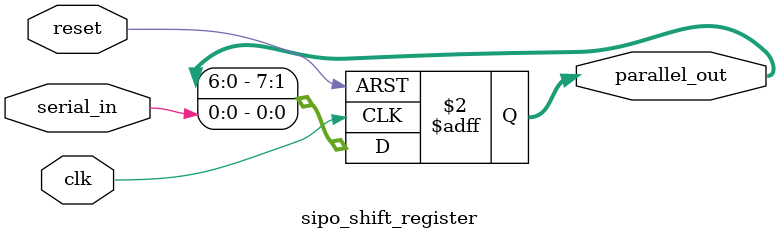
<source format=v>
module sipo_shift_register (
    input clk,
    input reset,
    input serial_in,
    output reg [7:0] parallel_out
);

    always @(posedge clk or posedge reset) begin
        if (reset)
            parallel_out <= 8'b0;
        else
            parallel_out <= {parallel_out[6:0], serial_in};
    end
endmodule

</source>
